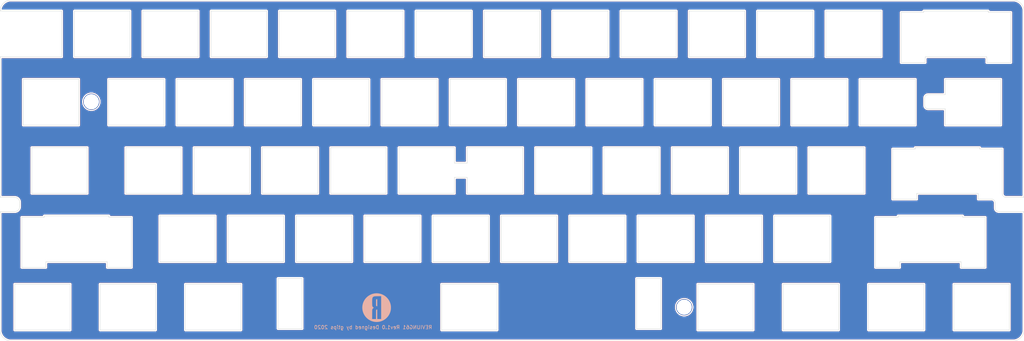
<source format=kicad_pcb>
(kicad_pcb (version 20171130) (host pcbnew "(5.1.6-0-10_14)")
  (title_block (title "REVIUNG61 TOP PLATE ALPS") (date 2020-07-07) (rev 1.0))
  (layers (0 F.Cu signal) (31 B.Cu signal) (34 B.Paste user) (35 F.Paste user) (36 B.SilkS user) (37 F.SilkS user) (38 B.Mask user) (39 F.Mask user) (44 Edge.Cuts user))
  (net 0 "")
  (module _reviung-kbd:R-x4-ver1 (layer B.Cu) (at 125 105.75 180)
    (fp_text reference G*** hide)
    (fp_text value LOGO hide)
    (fp_poly (pts (xy 0.044685 2.318078) (xy 0.119655 2.289475) (xy 0.162313 2.246092) (xy 0.167647 2.214209) (xy 0.172379 2.145718) (xy 0.176485 2.046337) (xy 0.179938 1.921786) (xy 0.182713 1.777787) (xy 0.184784 1.620059) (xy 0.186128 1.454322) (xy 0.186717 1.286297) (xy 0.186527 1.121702) (xy 0.185532 0.966259) (xy 0.183708 0.825688) (xy 0.181028 0.705708) (xy 0.177467 0.61204) (xy 0.172999 0.550404) (xy 0.169918 0.531342) (xy 0.130637 0.451884) (xy 0.06279 0.402355) (xy -0.035168 0.381753) (xy -0.062449 0.381) (xy -0.148167 0.381) (xy -0.148167 2.328334) (xy -0.053913 2.328334) (xy 0.044685 2.318078)) (layer B.SilkS) (width 0.01))
    (fp_poly (pts (xy 0.260831 3.971907) (xy 0.657619 3.927411) (xy 1.049113 3.84315) (xy 1.432102 3.719153) (xy 1.784792 3.564753) (xy 2.140065 3.365757) (xy 2.466316 3.137992) (xy 2.762983 2.884027) (xy 3.029506 2.606432) (xy 3.265324 2.307776) (xy 3.469875 1.990627) (xy 3.642599 1.657554) (xy 3.782936 1.311127) (xy 3.890325 0.953913) (xy 3.964204 0.588483) (xy 4.004013 0.217404) (xy 4.009192 -0.156754) (xy 3.979179 -0.531422) (xy 3.913413 -0.904032) (xy 3.811335 -1.272014) (xy 3.672382 -1.632799) (xy 3.495995 -1.983819) (xy 3.281612 -2.322505) (xy 3.117447 -2.54) (xy 3.01386 -2.659791) (xy 2.887277 -2.793066) (xy 2.748426 -2.929468) (xy 2.608035 -3.058642) (xy 2.476834 -3.170231) (xy 2.413 -3.219968) (xy 2.074835 -3.446517) (xy 1.717158 -3.636755) (xy 1.343354 -3.789746) (xy 0.956806 -3.904554) (xy 0.5609 -3.980244) (xy 0.15902 -4.015881) (xy -0.245449 -4.010528) (xy -0.3999 -3.997471) (xy -0.80111 -3.934916) (xy -1.188135 -3.833797) (xy -1.558906 -3.696113) (xy -1.911356 -3.523861) (xy -2.243417 -3.319042) (xy -2.405034 -3.196166) (xy -1.248834 -3.196166) (xy -0.148167 -3.196166) (xy -0.148167 -0.550333) (xy -0.068792 -0.550645) (xy 0.033079 -0.56623) (xy 0.108528 -0.613568) (xy 0.153425 -0.677627) (xy 0.161291 -0.69595) (xy 0.167965 -0.719307) (xy 0.173544 -0.75109) (xy 0.178125 -0.794695) (xy 0.181804 -0.853514) (xy 0.184678 -0.930942) (xy 0.186846 -1.030372) (xy 0.188403 -1.155197) (xy 0.189446 -1.308811) (xy 0.190074 -1.494608) (xy 0.190381 -1.715982) (xy 0.190467 -1.973791) (xy 0.1905 -3.196166) (xy 1.272135 -3.196166) (xy 1.2653 -1.920875) (xy 1.26385 -1.656552) (xy 1.262465 -1.431061) (xy 1.261012 -1.240896) (xy 1.259357 -1.082557) (xy 1.257368 -0.952539) (xy 1.25491 -0.847341) (xy 1.25185 -0.76346) (xy 1.248056 -0.697393) (xy 1.243393 -0.645637) (xy 1.237728 -0.60469) (xy 1.230929 -0.571048) (xy 1.22286 -0.54121) (xy 1.21339 -0.511673) (xy 1.211423 -0.50581) (xy 1.139046 -0.35336) (xy 1.03426 -0.222376) (xy 0.903448 -0.120649) (xy 0.88912 -0.112351) (xy 0.786274 -0.054538) (xy 0.874679 -0.004649) (xy 1.003984 0.085595) (xy 1.104226 0.196637) (xy 1.180691 0.335442) (xy 1.22357 0.455084) (xy 1.233687 0.510884) (xy 1.242607 0.603106) (xy 1.250276 0.725854) (xy 1.256643 0.873232) (xy 1.261654 1.039344) (xy 1.265256 1.218293) (xy 1.267397 1.404185) (xy 1.268024 1.591123) (xy 1.267083 1.77321) (xy 1.264523 1.944551) (xy 1.260289 2.099251) (xy 1.25433 2.231412) (xy 1.246592 2.335139) (xy 1.240855 2.382738) (xy 1.20502 2.571884) (xy 1.158718 2.724329) (xy 1.099257 2.844984) (xy 1.023947 2.938761) (xy 0.930096 3.010572) (xy 0.882907 3.036147) (xy 0.822408 3.064367) (xy 0.763371 3.087968) (xy 0.701326 3.107416) (xy 0.631804 3.123182) (xy 0.550333 3.135733) (xy 0.452443 3.145537) (xy 0.333665 3.153064) (xy 0.189528 3.158781) (xy 0.015562 3.163158) (xy -0.192704 3.166662) (xy -0.386292 3.169143) (xy -1.248834 3.179293) (xy -1.248834 -3.196166) (xy -2.405034 -3.196166) (xy -2.553023 -3.083652) (xy -2.838105 -2.819689) (xy -3.096596 -2.529153) (xy -3.326429 -2.214042) (xy -3.525536 -1.876353) (xy -3.69185 -1.518085) (xy -3.823303 -1.141236) (xy -3.917828 -0.747805) (xy -3.94736 -0.568746) (xy -3.964041 -0.409312) (xy -3.974042 -0.222012) (xy -3.977364 -0.020784) (xy -3.974008 0.180436) (xy -3.963974 0.367711) (xy -3.947321 0.526692) (xy -3.868838 0.932723) (xy -3.751869 1.323193) (xy -3.59799 1.695957) (xy -3.408777 2.048871) (xy -3.185805 2.379792) (xy -2.930652 2.686577) (xy -2.644891 2.967083) (xy -2.3301 3.219165) (xy -1.987854 3.44068) (xy -1.690249 3.596864) (xy -1.31511 3.751641) (xy -0.929223 3.866504) (xy -0.535799 3.941483) (xy -0.138045 3.976607) (xy 0.260831 3.971907)) (layer B.SilkS) (width 0.01))
  )
  (module _reviung-kbd:HOLE_4.2mm (layer F.Cu) (at 210.76 105.65)
    (fp_text reference Ref**)
    (fp_text value Val**)
    (pad 1 thru_hole circle (at 0 0) (size 4.5 4.5) (drill 4.2) (layers *.Cu *.Mask))
  )
  (module _reviung-kbd:HOLE_4.2mm (layer F.Cu) (at 45.41 48.35)
    (fp_text reference H1)
    (fp_text value MountingHole)
    (pad 1 thru_hole circle (at 0 0) (size 4.5 4.5) (drill 4.2) (layers *.Cu *.Mask))
  )
  (gr_text "REVIUNG61 Rev1.0 Designed by gtips 2020" (at 124 111.25) (layer B.SilkS) (effects (font (size 1 1)) (justify mirror)))
  (gr_curve (pts (xy 19.994833 75) (xy 19.994833 75) (xy 24.04 75) (xy 24.04 75)) (layer Edge.Cuts) (width 0.1))
  (gr_curve (pts (xy 19.994833 35.822008) (xy 19.994833 35.822008) (xy 19.994833 75) (xy 19.994833 75)) (layer Edge.Cuts) (width 0.1))
  (gr_line (start 301.882816 37.421997) (end 295.132819 37.421997) (layer Edge.Cuts) (width 0.1))
  (gr_line (start 301.882816 23.42199) (end 301.882816 37.421997) (layer Edge.Cuts) (width 0.1))
  (gr_line (start 295.56983 23.42199) (end 301.882816 23.42199) (layer Edge.Cuts) (width 0.1))
  (gr_line (start 295.56983 23.021993) (end 295.56983 23.42199) (layer Edge.Cuts) (width 0.1))
  (gr_line (start 277.56983 23.021993) (end 295.56983 23.021993) (layer Edge.Cuts) (width 0.1))
  (gr_line (start 277.56983 23.42199) (end 277.56983 23.021993) (layer Edge.Cuts) (width 0.1))
  (gr_line (start 271.256822 23.42199) (end 277.56983 23.42199) (layer Edge.Cuts) (width 0.1))
  (gr_line (start 271.256822 37.421997) (end 271.256822 23.42199) (layer Edge.Cuts) (width 0.1))
  (gr_line (start 278.006819 37.421997) (end 271.256822 37.421997) (layer Edge.Cuts) (width 0.1))
  (gr_line (start 278.006819 35.822008) (end 278.006819 37.421997) (layer Edge.Cuts) (width 0.1))
  (gr_line (start 295.132819 35.822008) (end 278.006819 35.822008) (layer Edge.Cuts) (width 0.1))
  (gr_line (start 295.132819 37.421997) (end 295.132819 35.822008) (layer Edge.Cuts) (width 0.1))
  (gr_curve (pts (xy 299.08232 42.071993) (xy 299.08232 42.071993) (xy 299.08232 54.872008) (xy 299.08232 54.872008)) (layer Edge.Cuts) (width 0.1))
  (gr_curve (pts (xy 283.582319 42.071993) (xy 283.582319 42.071993) (xy 299.08232 42.071993) (xy 299.08232 42.071993)) (layer Edge.Cuts) (width 0.1))
  (gr_curve (pts (xy 283.582319 46.345009) (xy 283.582319 46.345009) (xy 283.582319 42.071993) (xy 283.582319 42.071993)) (layer Edge.Cuts) (width 0.1))
  (gr_curve (pts (xy 278.804488 46.345009) (xy 278.804488 46.345009) (xy 283.582319 46.345009) (xy 283.582319 46.345009)) (layer Edge.Cuts) (width 0.1))
  (gr_curve (pts (xy 277.804484 47.345013) (xy 277.804484 46.792721) (xy 278.252196 46.345009) (xy 278.804488 46.345009)) (layer Edge.Cuts) (width 0.1))
  (gr_curve (pts (xy 277.804484 49.344998) (xy 277.804484 49.344998) (xy 277.804484 47.345013) (xy 277.804484 47.345013)) (layer Edge.Cuts) (width 0.1))
  (gr_curve (pts (xy 278.804488 50.345002) (xy 278.252196 50.345002) (xy 277.804484 49.89729) (xy 277.804484 49.344998)) (layer Edge.Cuts) (width 0.1))
  (gr_curve (pts (xy 283.582319 50.345002) (xy 283.582319 50.345002) (xy 278.804488 50.345002) (xy 278.804488 50.345002)) (layer Edge.Cuts) (width 0.1))
  (gr_curve (pts (xy 283.582319 54.872008) (xy 283.582319 54.872008) (xy 283.582319 50.345002) (xy 283.582319 50.345002)) (layer Edge.Cuts) (width 0.1))
  (gr_curve (pts (xy 299.08232 54.872008) (xy 299.08232 54.872008) (xy 283.582319 54.872008) (xy 283.582319 54.872008)) (layer Edge.Cuts) (width 0.1))
  (gr_line (start 275.258903 42.071993) (end 275.258903 54.872008) (layer Edge.Cuts) (width 0.1))
  (gr_line (start 259.758902 42.071993) (end 275.258903 42.071993) (layer Edge.Cuts) (width 0.1))
  (gr_line (start 259.758902 54.872008) (end 259.758902 42.071993) (layer Edge.Cuts) (width 0.1))
  (gr_line (start 275.258903 54.872008) (end 259.758902 54.872008) (layer Edge.Cuts) (width 0.1))
  (gr_line (start 264.113072 80.57199) (end 270.42608 80.57199) (layer Edge.Cuts) (width 0.1))
  (gr_line (start 264.113072 94.571997) (end 264.113072 80.57199) (layer Edge.Cuts) (width 0.1))
  (gr_line (start 270.863069 94.571997) (end 264.113072 94.571997) (layer Edge.Cuts) (width 0.1))
  (gr_line (start 270.863069 92.972008) (end 270.863069 94.571997) (layer Edge.Cuts) (width 0.1))
  (gr_line (start 287.989069 92.972008) (end 270.863069 92.972008) (layer Edge.Cuts) (width 0.1))
  (gr_line (start 287.989069 94.571997) (end 287.989069 92.972008) (layer Edge.Cuts) (width 0.1))
  (gr_line (start 294.739066 94.571997) (end 287.989069 94.571997) (layer Edge.Cuts) (width 0.1))
  (gr_line (start 294.739066 80.57199) (end 294.739066 94.571997) (layer Edge.Cuts) (width 0.1))
  (gr_line (start 288.42608 80.57199) (end 294.739066 80.57199) (layer Edge.Cuts) (width 0.1))
  (gr_line (start 288.42608 80.171993) (end 288.42608 80.57199) (layer Edge.Cuts) (width 0.1))
  (gr_line (start 270.42608 80.171993) (end 288.42608 80.171993) (layer Edge.Cuts) (width 0.1))
  (gr_line (start 270.42608 80.57199) (end 270.42608 80.171993) (layer Edge.Cuts) (width 0.1))
  (gr_line (start 285.963569 99.221993) (end 301.46357 99.221993) (layer Edge.Cuts) (width 0.1))
  (gr_line (start 285.963569 112.022008) (end 285.963569 99.221993) (layer Edge.Cuts) (width 0.1))
  (gr_line (start 301.46357 112.022008) (end 285.963569 112.022008) (layer Edge.Cuts) (width 0.1))
  (gr_line (start 301.46357 99.221993) (end 301.46357 112.022008) (layer Edge.Cuts) (width 0.1))
  (gr_line (start 277.65107 99.221993) (end 277.65107 112.022008) (layer Edge.Cuts) (width 0.1))
  (gr_line (start 262.151069 99.221993) (end 277.65107 99.221993) (layer Edge.Cuts) (width 0.1))
  (gr_line (start 262.151069 112.022008) (end 262.151069 99.221993) (layer Edge.Cuts) (width 0.1))
  (gr_line (start 277.65107 112.022008) (end 262.151069 112.022008) (layer Edge.Cuts) (width 0.1))
  (gr_line (start 260.994055 61.121993) (end 260.994055 73.922008) (layer Edge.Cuts) (width 0.1))
  (gr_line (start 245.494053 61.121993) (end 260.994055 61.121993) (layer Edge.Cuts) (width 0.1))
  (gr_line (start 245.494053 73.922008) (end 245.494053 61.121993) (layer Edge.Cuts) (width 0.1))
  (gr_line (start 260.994055 73.922008) (end 245.494053 73.922008) (layer Edge.Cuts) (width 0.1))
  (gr_line (start 253.83857 99.221993) (end 253.83857 112.022008) (layer Edge.Cuts) (width 0.1))
  (gr_line (start 238.338569 99.221993) (end 253.83857 99.221993) (layer Edge.Cuts) (width 0.1))
  (gr_line (start 238.338569 112.022008) (end 238.338569 99.221993) (layer Edge.Cuts) (width 0.1))
  (gr_line (start 253.83857 112.022008) (end 238.338569 112.022008) (layer Edge.Cuts) (width 0.1))
  (gr_line (start 235.943969 92.972008) (end 235.943969 80.171993) (layer Edge.Cuts) (width 0.1))
  (gr_line (start 251.44397 92.972008) (end 235.943969 92.972008) (layer Edge.Cuts) (width 0.1))
  (gr_line (start 251.44397 80.171993) (end 251.44397 92.972008) (layer Edge.Cuts) (width 0.1))
  (gr_line (start 235.943969 80.171993) (end 251.44397 80.171993) (layer Edge.Cuts) (width 0.1))
  (gr_line (start 232.39397 80.171993) (end 232.39397 92.972008) (layer Edge.Cuts) (width 0.1))
  (gr_line (start 216.893969 80.171993) (end 232.39397 80.171993) (layer Edge.Cuts) (width 0.1))
  (gr_line (start 216.893969 92.972008) (end 216.893969 80.171993) (layer Edge.Cuts) (width 0.1))
  (gr_line (start 232.39397 92.972008) (end 216.893969 92.972008) (layer Edge.Cuts) (width 0.1))
  (gr_line (start 230.02607 99.221993) (end 230.02607 112.022008) (layer Edge.Cuts) (width 0.1))
  (gr_line (start 214.526069 99.221993) (end 230.02607 99.221993) (layer Edge.Cuts) (width 0.1))
  (gr_line (start 214.526069 112.022008) (end 214.526069 99.221993) (layer Edge.Cuts) (width 0.1))
  (gr_line (start 230.02607 112.022008) (end 214.526069 112.022008) (layer Edge.Cuts) (width 0.1))
  (gr_line (start 213.34397 80.171993) (end 213.34397 92.972008) (layer Edge.Cuts) (width 0.1))
  (gr_line (start 197.843969 80.171993) (end 213.34397 80.171993) (layer Edge.Cuts) (width 0.1))
  (gr_line (start 197.843969 92.972008) (end 197.843969 80.171993) (layer Edge.Cuts) (width 0.1))
  (gr_line (start 213.34397 92.972008) (end 197.843969 92.972008) (layer Edge.Cuts) (width 0.1))
  (gr_line (start 204.213778 111.627588) (end 197.463781 111.627588) (layer Edge.Cuts) (width 0.1))
  (gr_line (start 204.213563 97.627581) (end 204.213778 111.627588) (layer Edge.Cuts) (width 0.1))
  (gr_line (start 197.463566 97.627581) (end 204.213563 97.627581) (layer Edge.Cuts) (width 0.1))
  (gr_line (start 197.463781 111.627588) (end 197.463566 97.627581) (layer Edge.Cuts) (width 0.1))
  (gr_line (start 203.844055 73.922008) (end 188.344053 73.922008) (layer Edge.Cuts) (width 0.1))
  (gr_line (start 203.844055 61.121993) (end 203.844055 73.922008) (layer Edge.Cuts) (width 0.1))
  (gr_line (start 188.344053 61.121993) (end 203.844055 61.121993) (layer Edge.Cuts) (width 0.1))
  (gr_line (start 188.344053 73.922008) (end 188.344053 61.121993) (layer Edge.Cuts) (width 0.1))
  (gr_line (start 194.29397 80.171993) (end 194.29397 92.972008) (layer Edge.Cuts) (width 0.1))
  (gr_line (start 178.793969 80.171993) (end 194.29397 80.171993) (layer Edge.Cuts) (width 0.1))
  (gr_line (start 178.793969 92.972008) (end 178.793969 80.171993) (layer Edge.Cuts) (width 0.1))
  (gr_line (start 194.29397 92.972008) (end 178.793969 92.972008) (layer Edge.Cuts) (width 0.1))
  (gr_line (start 175.24397 80.171993) (end 175.24397 92.972008) (layer Edge.Cuts) (width 0.1))
  (gr_line (start 159.743969 80.171993) (end 175.24397 80.171993) (layer Edge.Cuts) (width 0.1))
  (gr_line (start 159.743969 92.972008) (end 159.743969 80.171993) (layer Edge.Cuts) (width 0.1))
  (gr_line (start 175.24397 92.972008) (end 159.743969 92.972008) (layer Edge.Cuts) (width 0.1))
  (gr_line (start 158.58857 99.221993) (end 158.58857 112.022008) (layer Edge.Cuts) (width 0.1))
  (gr_line (start 143.088569 99.221993) (end 158.58857 99.221993) (layer Edge.Cuts) (width 0.1))
  (gr_line (start 143.088569 112.022008) (end 143.088569 99.221993) (layer Edge.Cuts) (width 0.1))
  (gr_line (start 158.58857 112.022008) (end 143.088569 112.022008) (layer Edge.Cuts) (width 0.1))
  (gr_line (start 140.693969 92.972008) (end 140.693969 80.171993) (layer Edge.Cuts) (width 0.1))
  (gr_line (start 156.19397 92.972008) (end 140.693969 92.972008) (layer Edge.Cuts) (width 0.1))
  (gr_line (start 156.19397 80.171993) (end 156.19397 92.972008) (layer Edge.Cuts) (width 0.1))
  (gr_line (start 140.693969 80.171993) (end 156.19397 80.171993) (layer Edge.Cuts) (width 0.1))
  (gr_line (start 137.14397 80.171993) (end 137.14397 92.972008) (layer Edge.Cuts) (width 0.1))
  (gr_line (start 121.643969 80.171993) (end 137.14397 80.171993) (layer Edge.Cuts) (width 0.1))
  (gr_line (start 121.643969 92.972008) (end 121.643969 80.171993) (layer Edge.Cuts) (width 0.1))
  (gr_line (start 137.14397 92.972008) (end 121.643969 92.972008) (layer Edge.Cuts) (width 0.1))
  (gr_line (start 118.09397 80.171993) (end 118.09397 92.972008) (layer Edge.Cuts) (width 0.1))
  (gr_line (start 102.593969 80.171993) (end 118.09397 80.171993) (layer Edge.Cuts) (width 0.1))
  (gr_line (start 102.593969 92.972008) (end 102.593969 80.171993) (layer Edge.Cuts) (width 0.1))
  (gr_line (start 118.09397 92.972008) (end 102.593969 92.972008) (layer Edge.Cuts) (width 0.1))
  (gr_line (start 104.213573 111.627588) (end 97.463576 111.627588) (layer Edge.Cuts) (width 0.1))
  (gr_line (start 104.213573 97.627581) (end 104.213573 111.627588) (layer Edge.Cuts) (width 0.1))
  (gr_line (start 97.463576 97.627581) (end 104.213573 97.627581) (layer Edge.Cuts) (width 0.1))
  (gr_line (start 97.463576 111.627588) (end 97.463576 97.627581) (layer Edge.Cuts) (width 0.1))
  (gr_line (start 99.04397 92.972008) (end 83.543969 92.972008) (layer Edge.Cuts) (width 0.1))
  (gr_line (start 99.04397 80.171993) (end 99.04397 92.972008) (layer Edge.Cuts) (width 0.1))
  (gr_line (start 83.543969 80.171993) (end 99.04397 80.171993) (layer Edge.Cuts) (width 0.1))
  (gr_line (start 83.543969 92.972008) (end 83.543969 80.171993) (layer Edge.Cuts) (width 0.1))
  (gr_line (start 87.15107 99.221993) (end 87.15107 112.022008) (layer Edge.Cuts) (width 0.1))
  (gr_line (start 71.651069 99.221993) (end 87.15107 99.221993) (layer Edge.Cuts) (width 0.1))
  (gr_line (start 71.651069 112.022008) (end 71.651069 99.221993) (layer Edge.Cuts) (width 0.1))
  (gr_line (start 87.15107 112.022008) (end 71.651069 112.022008) (layer Edge.Cuts) (width 0.1))
  (gr_line (start 64.493969 92.972008) (end 64.493969 80.171993) (layer Edge.Cuts) (width 0.1))
  (gr_line (start 79.99397 92.972008) (end 64.493969 92.972008) (layer Edge.Cuts) (width 0.1))
  (gr_line (start 79.99397 80.171993) (end 79.99397 92.972008) (layer Edge.Cuts) (width 0.1))
  (gr_line (start 64.493969 80.171993) (end 79.99397 80.171993) (layer Edge.Cuts) (width 0.1))
  (gr_line (start 63.33857 99.221993) (end 63.33857 112.022008) (layer Edge.Cuts) (width 0.1))
  (gr_line (start 47.838569 99.221993) (end 63.33857 99.221993) (layer Edge.Cuts) (width 0.1))
  (gr_curve (pts (xy 299.501566 73.98234) (xy 299.501566 74.534632) (xy 299.949278 74.982344) (xy 300.50157 74.982344)) (layer Edge.Cuts) (width 0.1))
  (gr_curve (pts (xy 299.501566 61.52199) (xy 299.501566 61.52199) (xy 299.501566 73.98234) (xy 299.501566 73.98234)) (layer Edge.Cuts) (width 0.1))
  (gr_curve (pts (xy 293.18858 61.52199) (xy 293.18858 61.52199) (xy 299.501566 61.52199) (xy 299.501566 61.52199)) (layer Edge.Cuts) (width 0.1))
  (gr_curve (pts (xy 293.18858 61.121993) (xy 293.18858 61.121993) (xy 293.18858 61.52199) (xy 293.18858 61.52199)) (layer Edge.Cuts) (width 0.1))
  (gr_curve (pts (xy 275.18858 61.121993) (xy 275.18858 61.121993) (xy 293.18858 61.121993) (xy 293.18858 61.121993)) (layer Edge.Cuts) (width 0.1))
  (gr_curve (pts (xy 275.18858 61.52199) (xy 275.18858 61.52199) (xy 275.18858 61.121993) (xy 275.18858 61.121993)) (layer Edge.Cuts) (width 0.1))
  (gr_curve (pts (xy 268.875572 61.52199) (xy 268.875572 61.52199) (xy 275.18858 61.52199) (xy 275.18858 61.52199)) (layer Edge.Cuts) (width 0.1))
  (gr_curve (pts (xy 268.875572 75.521997) (xy 268.875572 75.521997) (xy 268.875572 61.52199) (xy 268.875572 61.52199)) (layer Edge.Cuts) (width 0.1))
  (gr_curve (pts (xy 275.625569 75.521997) (xy 275.625569 75.521997) (xy 268.875572 75.521997) (xy 268.875572 75.521997)) (layer Edge.Cuts) (width 0.1))
  (gr_curve (pts (xy 275.625569 73.922008) (xy 275.625569 73.922008) (xy 275.625569 75.521997) (xy 275.625569 75.521997)) (layer Edge.Cuts) (width 0.1))
  (gr_curve (pts (xy 292.751569 73.922008) (xy 292.751569 73.922008) (xy 275.625569 73.922008) (xy 275.625569 73.922008)) (layer Edge.Cuts) (width 0.1))
  (gr_curve (pts (xy 292.751569 75.521997) (xy 292.751569 75.521997) (xy 292.751569 73.922008) (xy 292.751569 73.922008)) (layer Edge.Cuts) (width 0.1))
  (gr_line (start 25.988072 80.57199) (end 32.30108 80.57199) (layer Edge.Cuts) (width 0.1))
  (gr_line (start 26.407319 54.872008) (end 26.407319 42.071993) (layer Edge.Cuts) (width 0.1))
  (gr_line (start 41.90732 54.872008) (end 26.407319 54.872008) (layer Edge.Cuts) (width 0.1))
  (gr_line (start 41.90732 42.071993) (end 41.90732 54.872008) (layer Edge.Cuts) (width 0.1))
  (gr_line (start 26.407319 42.071993) (end 41.90732 42.071993) (layer Edge.Cuts) (width 0.1))
  (gr_line (start 28.788569 61.121993) (end 44.28857 61.121993) (layer Edge.Cuts) (width 0.1))
  (gr_line (start 28.788569 73.922008) (end 28.788569 61.121993) (layer Edge.Cuts) (width 0.1))
  (gr_line (start 44.28857 73.922008) (end 28.788569 73.922008) (layer Edge.Cuts) (width 0.1))
  (gr_line (start 44.28857 61.121993) (end 44.28857 73.922008) (layer Edge.Cuts) (width 0.1))
  (gr_line (start 40.694819 35.822008) (end 40.694819 23.021993) (layer Edge.Cuts) (width 0.1))
  (gr_line (start 56.19482 35.822008) (end 40.694819 35.822008) (layer Edge.Cuts) (width 0.1))
  (gr_line (start 56.19482 23.021993) (end 56.19482 35.822008) (layer Edge.Cuts) (width 0.1))
  (gr_line (start 40.694819 23.021993) (end 56.19482 23.021993) (layer Edge.Cuts) (width 0.1))
  (gr_line (start 59.744819 35.822008) (end 59.744819 23.021993) (layer Edge.Cuts) (width 0.1))
  (gr_line (start 75.24482 35.822008) (end 59.744819 35.822008) (layer Edge.Cuts) (width 0.1))
  (gr_line (start 75.24482 23.021993) (end 75.24482 35.822008) (layer Edge.Cuts) (width 0.1))
  (gr_line (start 59.744819 23.021993) (end 75.24482 23.021993) (layer Edge.Cuts) (width 0.1))
  (gr_line (start 78.794819 35.822008) (end 78.794819 23.021993) (layer Edge.Cuts) (width 0.1))
  (gr_line (start 94.29482 35.822008) (end 78.794819 35.822008) (layer Edge.Cuts) (width 0.1))
  (gr_line (start 94.29482 23.021993) (end 94.29482 35.822008) (layer Edge.Cuts) (width 0.1))
  (gr_line (start 78.794819 23.021993) (end 94.29482 23.021993) (layer Edge.Cuts) (width 0.1))
  (gr_line (start 97.844819 35.822008) (end 97.844819 23.021993) (layer Edge.Cuts) (width 0.1))
  (gr_line (start 113.34482 35.822008) (end 97.844819 35.822008) (layer Edge.Cuts) (width 0.1))
  (gr_line (start 113.34482 23.021993) (end 113.34482 35.822008) (layer Edge.Cuts) (width 0.1))
  (gr_line (start 97.844819 23.021993) (end 113.34482 23.021993) (layer Edge.Cuts) (width 0.1))
  (gr_line (start 116.894819 35.822008) (end 116.894819 23.021993) (layer Edge.Cuts) (width 0.1))
  (gr_line (start 132.39482 35.822008) (end 116.894819 35.822008) (layer Edge.Cuts) (width 0.1))
  (gr_line (start 132.39482 23.021993) (end 132.39482 35.822008) (layer Edge.Cuts) (width 0.1))
  (gr_line (start 116.894819 23.021993) (end 132.39482 23.021993) (layer Edge.Cuts) (width 0.1))
  (gr_line (start 135.944819 35.822008) (end 135.944819 23.021993) (layer Edge.Cuts) (width 0.1))
  (gr_line (start 151.44482 35.822008) (end 135.944819 35.822008) (layer Edge.Cuts) (width 0.1))
  (gr_line (start 151.44482 23.021993) (end 151.44482 35.822008) (layer Edge.Cuts) (width 0.1))
  (gr_line (start 135.944819 23.021993) (end 151.44482 23.021993) (layer Edge.Cuts) (width 0.1))
  (gr_line (start 154.994819 35.822008) (end 154.994819 23.021993) (layer Edge.Cuts) (width 0.1))
  (gr_line (start 170.49482 35.822008) (end 154.994819 35.822008) (layer Edge.Cuts) (width 0.1))
  (gr_line (start 170.49482 23.021993) (end 170.49482 35.822008) (layer Edge.Cuts) (width 0.1))
  (gr_line (start 154.994819 23.021993) (end 170.49482 23.021993) (layer Edge.Cuts) (width 0.1))
  (gr_line (start 174.044819 35.822008) (end 174.044819 23.021993) (layer Edge.Cuts) (width 0.1))
  (gr_line (start 189.54482 35.822008) (end 174.044819 35.822008) (layer Edge.Cuts) (width 0.1))
  (gr_line (start 189.54482 23.021993) (end 189.54482 35.822008) (layer Edge.Cuts) (width 0.1))
  (gr_line (start 174.044819 23.021993) (end 189.54482 23.021993) (layer Edge.Cuts) (width 0.1))
  (gr_line (start 199.058903 54.872008) (end 183.558902 54.872008) (layer Edge.Cuts) (width 0.1))
  (gr_line (start 199.058903 42.071993) (end 199.058903 54.872008) (layer Edge.Cuts) (width 0.1))
  (gr_line (start 183.558902 42.071993) (end 199.058903 42.071993) (layer Edge.Cuts) (width 0.1))
  (gr_line (start 183.558902 54.872008) (end 183.558902 42.071993) (layer Edge.Cuts) (width 0.1))
  (gr_line (start 169.294053 73.922008) (end 169.294053 61.121993) (layer Edge.Cuts) (width 0.1))
  (gr_line (start 184.794055 73.922008) (end 169.294053 73.922008) (layer Edge.Cuts) (width 0.1))
  (gr_line (start 184.794055 61.121993) (end 184.794055 73.922008) (layer Edge.Cuts) (width 0.1))
  (gr_line (start 169.294053 61.121993) (end 184.794055 61.121993) (layer Edge.Cuts) (width 0.1))
  (gr_line (start 180.008903 54.872008) (end 164.508902 54.872008) (layer Edge.Cuts) (width 0.1))
  (gr_line (start 180.008903 42.071993) (end 180.008903 54.872008) (layer Edge.Cuts) (width 0.1))
  (gr_line (start 164.508902 42.071993) (end 180.008903 42.071993) (layer Edge.Cuts) (width 0.1))
  (gr_line (start 164.508902 54.872008) (end 164.508902 42.071993) (layer Edge.Cuts) (width 0.1))
  (gr_line (start 160.958903 54.872008) (end 145.458902 54.872008) (layer Edge.Cuts) (width 0.1))
  (gr_line (start 160.958903 42.071993) (end 160.958903 54.872008) (layer Edge.Cuts) (width 0.1))
  (gr_line (start 145.458902 42.071993) (end 160.958903 42.071993) (layer Edge.Cuts) (width 0.1))
  (gr_line (start 145.458902 54.872008) (end 145.458902 42.071993) (layer Edge.Cuts) (width 0.1))
  (gr_line (start 141.908903 54.872008) (end 126.408902 54.872008) (layer Edge.Cuts) (width 0.1))
  (gr_line (start 141.908903 42.071993) (end 141.908903 54.872008) (layer Edge.Cuts) (width 0.1))
  (gr_line (start 126.408902 42.071993) (end 141.908903 42.071993) (layer Edge.Cuts) (width 0.1))
  (gr_line (start 126.408902 54.872008) (end 126.408902 42.071993) (layer Edge.Cuts) (width 0.1))
  (gr_line (start 112.144053 73.922008) (end 112.144053 61.121993) (layer Edge.Cuts) (width 0.1))
  (gr_line (start 127.644055 73.922008) (end 112.144053 73.922008) (layer Edge.Cuts) (width 0.1))
  (gr_line (start 127.644055 61.121993) (end 127.644055 73.922008) (layer Edge.Cuts) (width 0.1))
  (gr_line (start 112.144053 61.121993) (end 127.644055 61.121993) (layer Edge.Cuts) (width 0.1))
  (gr_line (start 122.858903 54.872008) (end 107.358902 54.872008) (layer Edge.Cuts) (width 0.1))
  (gr_line (start 122.858903 42.071993) (end 122.858903 54.872008) (layer Edge.Cuts) (width 0.1))
  (gr_line (start 107.358902 42.071993) (end 122.858903 42.071993) (layer Edge.Cuts) (width 0.1))
  (gr_line (start 107.358902 54.872008) (end 107.358902 42.071993) (layer Edge.Cuts) (width 0.1))
  (gr_line (start 93.094053 73.922008) (end 93.094053 61.121993) (layer Edge.Cuts) (width 0.1))
  (gr_line (start 108.594055 73.922008) (end 93.094053 73.922008) (layer Edge.Cuts) (width 0.1))
  (gr_line (start 108.594055 61.121993) (end 108.594055 73.922008) (layer Edge.Cuts) (width 0.1))
  (gr_line (start 93.094053 61.121993) (end 108.594055 61.121993) (layer Edge.Cuts) (width 0.1))
  (gr_line (start 103.808903 54.872008) (end 88.308902 54.872008) (layer Edge.Cuts) (width 0.1))
  (gr_line (start 103.808903 42.071993) (end 103.808903 54.872008) (layer Edge.Cuts) (width 0.1))
  (gr_line (start 88.308902 42.071993) (end 103.808903 42.071993) (layer Edge.Cuts) (width 0.1))
  (gr_line (start 88.308902 54.872008) (end 88.308902 42.071993) (layer Edge.Cuts) (width 0.1))
  (gr_line (start 74.044053 73.922008) (end 74.044053 61.121993) (layer Edge.Cuts) (width 0.1))
  (gr_line (start 89.544055 73.922008) (end 74.044053 73.922008) (layer Edge.Cuts) (width 0.1))
  (gr_line (start 89.544055 61.121993) (end 89.544055 73.922008) (layer Edge.Cuts) (width 0.1))
  (gr_line (start 74.044053 61.121993) (end 89.544055 61.121993) (layer Edge.Cuts) (width 0.1))
  (gr_line (start 84.758903 54.872008) (end 69.258902 54.872008) (layer Edge.Cuts) (width 0.1))
  (gr_line (start 84.758903 42.071993) (end 84.758903 54.872008) (layer Edge.Cuts) (width 0.1))
  (gr_line (start 69.258902 42.071993) (end 84.758903 42.071993) (layer Edge.Cuts) (width 0.1))
  (gr_line (start 69.258902 54.872008) (end 69.258902 42.071993) (layer Edge.Cuts) (width 0.1))
  (gr_line (start 65.708903 54.872008) (end 50.208902 54.872008) (layer Edge.Cuts) (width 0.1))
  (gr_line (start 65.708903 42.071993) (end 65.708903 54.872008) (layer Edge.Cuts) (width 0.1))
  (gr_line (start 50.208902 42.071993) (end 65.708903 42.071993) (layer Edge.Cuts) (width 0.1))
  (gr_line (start 50.208902 54.872008) (end 50.208902 42.071993) (layer Edge.Cuts) (width 0.1))
  (gr_line (start 54.994053 73.922008) (end 54.994053 61.121993) (layer Edge.Cuts) (width 0.1))
  (gr_line (start 70.494055 73.922008) (end 54.994053 73.922008) (layer Edge.Cuts) (width 0.1))
  (gr_line (start 70.494055 61.121993) (end 70.494055 73.922008) (layer Edge.Cuts) (width 0.1))
  (gr_line (start 54.994053 61.121993) (end 70.494055 61.121993) (layer Edge.Cuts) (width 0.1))
  (gr_line (start 150.244053 69.455334) (end 146.694055 69.455334) (layer Edge.Cuts) (width 0.1))
  (gr_line (start 150.244053 73.922008) (end 150.244053 69.455334) (layer Edge.Cuts) (width 0.1))
  (gr_line (start 165.744055 73.922008) (end 150.244053 73.922008) (layer Edge.Cuts) (width 0.1))
  (gr_line (start 165.744055 61.121993) (end 165.744055 73.922008) (layer Edge.Cuts) (width 0.1))
  (gr_line (start 150.244053 61.121993) (end 165.744055 61.121993) (layer Edge.Cuts) (width 0.1))
  (gr_line (start 150.244053 65.455342) (end 150.244053 61.121993) (layer Edge.Cuts) (width 0.1))
  (gr_line (start 146.694055 65.455342) (end 150.244053 65.455342) (layer Edge.Cuts) (width 0.1))
  (gr_line (start 146.694055 61.121993) (end 146.694055 65.455342) (layer Edge.Cuts) (width 0.1))
  (gr_line (start 131.194053 61.121993) (end 146.694055 61.121993) (layer Edge.Cuts) (width 0.1))
  (gr_line (start 131.194053 73.922008) (end 131.194053 61.121993) (layer Edge.Cuts) (width 0.1))
  (gr_line (start 146.694055 73.922008) (end 131.194053 73.922008) (layer Edge.Cuts) (width 0.1))
  (gr_line (start 146.694055 69.455334) (end 146.694055 73.922008) (layer Edge.Cuts) (width 0.1))
  (gr_line (start 193.094819 35.822008) (end 193.094819 23.021993) (layer Edge.Cuts) (width 0.1))
  (gr_line (start 208.59482 35.822008) (end 193.094819 35.822008) (layer Edge.Cuts) (width 0.1))
  (gr_line (start 208.59482 23.021993) (end 208.59482 35.822008) (layer Edge.Cuts) (width 0.1))
  (gr_line (start 193.094819 23.021993) (end 208.59482 23.021993) (layer Edge.Cuts) (width 0.1))
  (gr_line (start 212.144819 35.822008) (end 212.144819 23.021993) (layer Edge.Cuts) (width 0.1))
  (gr_line (start 227.64482 35.822008) (end 212.144819 35.822008) (layer Edge.Cuts) (width 0.1))
  (gr_line (start 227.64482 23.021993) (end 227.64482 35.822008) (layer Edge.Cuts) (width 0.1))
  (gr_line (start 212.144819 23.021993) (end 227.64482 23.021993) (layer Edge.Cuts) (width 0.1))
  (gr_line (start 231.194819 35.822008) (end 231.194819 23.021993) (layer Edge.Cuts) (width 0.1))
  (gr_line (start 246.69482 35.822008) (end 231.194819 35.822008) (layer Edge.Cuts) (width 0.1))
  (gr_line (start 246.69482 23.021993) (end 246.69482 35.822008) (layer Edge.Cuts) (width 0.1))
  (gr_line (start 231.194819 23.021993) (end 246.69482 23.021993) (layer Edge.Cuts) (width 0.1))
  (gr_line (start 256.208903 54.872008) (end 240.708902 54.872008) (layer Edge.Cuts) (width 0.1))
  (gr_line (start 256.208903 42.071993) (end 256.208903 54.872008) (layer Edge.Cuts) (width 0.1))
  (gr_line (start 240.708902 42.071993) (end 256.208903 42.071993) (layer Edge.Cuts) (width 0.1))
  (gr_line (start 240.708902 54.872008) (end 240.708902 42.071993) (layer Edge.Cuts) (width 0.1))
  (gr_line (start 226.444053 73.922008) (end 226.444053 61.121993) (layer Edge.Cuts) (width 0.1))
  (gr_line (start 241.944055 73.922008) (end 226.444053 73.922008) (layer Edge.Cuts) (width 0.1))
  (gr_line (start 241.944055 61.121993) (end 241.944055 73.922008) (layer Edge.Cuts) (width 0.1))
  (gr_line (start 226.444053 61.121993) (end 241.944055 61.121993) (layer Edge.Cuts) (width 0.1))
  (gr_line (start 237.158903 54.872008) (end 221.658902 54.872008) (layer Edge.Cuts) (width 0.1))
  (gr_line (start 237.158903 42.071993) (end 237.158903 54.872008) (layer Edge.Cuts) (width 0.1))
  (gr_line (start 221.658902 42.071993) (end 237.158903 42.071993) (layer Edge.Cuts) (width 0.1))
  (gr_line (start 221.658902 54.872008) (end 221.658902 42.071993) (layer Edge.Cuts) (width 0.1))
  (gr_line (start 218.108903 54.872008) (end 202.608902 54.872008) (layer Edge.Cuts) (width 0.1))
  (gr_line (start 218.108903 42.071993) (end 218.108903 54.872008) (layer Edge.Cuts) (width 0.1))
  (gr_line (start 202.608902 42.071993) (end 218.108903 42.071993) (layer Edge.Cuts) (width 0.1))
  (gr_line (start 202.608902 54.872008) (end 202.608902 42.071993) (layer Edge.Cuts) (width 0.1))
  (gr_line (start 207.394053 73.922008) (end 207.394053 61.121993) (layer Edge.Cuts) (width 0.1))
  (gr_line (start 222.894055 73.922008) (end 207.394053 73.922008) (layer Edge.Cuts) (width 0.1))
  (gr_line (start 222.894055 61.121993) (end 222.894055 73.922008) (layer Edge.Cuts) (width 0.1))
  (gr_line (start 207.394053 61.121993) (end 222.894055 61.121993) (layer Edge.Cuts) (width 0.1))
  (gr_line (start 250.244819 35.822008) (end 250.244819 23.021993) (layer Edge.Cuts) (width 0.1))
  (gr_line (start 265.74482 35.822008) (end 250.244819 35.822008) (layer Edge.Cuts) (width 0.1))
  (gr_line (start 265.74482 23.021993) (end 265.74482 35.822008) (layer Edge.Cuts) (width 0.1))
  (gr_line (start 250.244819 23.021993) (end 265.74482 23.021993) (layer Edge.Cuts) (width 0.1))
  (gr_line (start 32.738069 94.571997) (end 25.988072 94.571997) (layer Edge.Cuts) (width 0.1))
  (gr_line (start 32.738069 92.972008) (end 32.738069 94.571997) (layer Edge.Cuts) (width 0.1))
  (gr_line (start 49.864069 92.972008) (end 32.738069 92.972008) (layer Edge.Cuts) (width 0.1))
  (gr_line (start 49.864069 94.571997) (end 49.864069 92.972008) (layer Edge.Cuts) (width 0.1))
  (gr_line (start 56.614067 94.571997) (end 49.864069 94.571997) (layer Edge.Cuts) (width 0.1))
  (gr_line (start 56.614067 80.57199) (end 56.614067 94.571997) (layer Edge.Cuts) (width 0.1))
  (gr_line (start 50.30108 80.57199) (end 56.614067 80.57199) (layer Edge.Cuts) (width 0.1))
  (gr_line (start 50.30108 80.171993) (end 50.30108 80.57199) (layer Edge.Cuts) (width 0.1))
  (gr_line (start 32.30108 80.171993) (end 50.30108 80.171993) (layer Edge.Cuts) (width 0.1))
  (gr_line (start 32.30108 80.57199) (end 32.30108 80.171993) (layer Edge.Cuts) (width 0.1))
  (gr_line (start 24.026069 99.221993) (end 39.52607 99.221993) (layer Edge.Cuts) (width 0.1))
  (gr_line (start 24.026069 112.022008) (end 24.026069 99.221993) (layer Edge.Cuts) (width 0.1))
  (gr_line (start 39.52607 112.022008) (end 24.026069 112.022008) (layer Edge.Cuts) (width 0.1))
  (gr_line (start 25.988072 94.571997) (end 25.988072 80.57199) (layer Edge.Cuts) (width 0.1))
  (gr_curve (pts (xy 302.494816 115.021997) (xy 304.15167 115.021997) (xy 305.494827 113.678862) (xy 305.494827 112.022008)) (layer Edge.Cuts) (width 0.1))
  (gr_curve (pts (xy 22.994822 115.021997) (xy 22.994822 115.021997) (xy 302.494816 115.021997) (xy 302.494816 115.021997)) (layer Edge.Cuts) (width 0.1))
  (gr_line (start 47.838569 112.022008) (end 47.838569 99.221993) (layer Edge.Cuts) (width 0.1))
  (gr_line (start 63.33857 112.022008) (end 47.838569 112.022008) (layer Edge.Cuts) (width 0.1))
  (gr_line (start 39.52607 99.221993) (end 39.52607 112.022008) (layer Edge.Cuts) (width 0.1))
  (gr_curve (pts (xy 22.994822 20.022004) (xy 21.337968 20.022004) (xy 19.994833 21.365139) (xy 19.994833 23.021993)) (layer Edge.Cuts) (width 0.1))
  (gr_curve (pts (xy 302.494816 20.022004) (xy 302.494816 20.022004) (xy 22.994822 20.022004) (xy 22.994822 20.022004)) (layer Edge.Cuts) (width 0.1))
  (gr_curve (pts (xy 19.994833 23.021993) (xy 19.994833 23.021993) (xy 37.14482 23.021993) (xy 37.14482 23.021993)) (layer Edge.Cuts) (width 0.1))
  (gr_curve (pts (xy 305.494827 74.982344) (xy 305.494827 74.982344) (xy 305.494827 23.021993) (xy 305.494827 23.021993)) (layer Edge.Cuts) (width 0.1))
  (gr_curve (pts (xy 296.494816 75.521997) (xy 296.494816 75.521997) (xy 292.751569 75.521997) (xy 292.751569 75.521997)) (layer Edge.Cuts) (width 0.1))
  (gr_curve (pts (xy 297.49482 76.522) (xy 297.49482 75.969708) (xy 297.047108 75.521997) (xy 296.494816 75.521997)) (layer Edge.Cuts) (width 0.1))
  (gr_curve (pts (xy 297.49482 77.982333) (xy 297.49482 77.982333) (xy 297.49482 76.522) (xy 297.49482 76.522)) (layer Edge.Cuts) (width 0.1))
  (gr_curve (pts (xy 24.04 78.999993) (xy 24.04 78.999993) (xy 19.994833 78.999993) (xy 19.994833 78.999993)) (layer Edge.Cuts) (width 0.1))
  (gr_curve (pts (xy 19.994833 78.999993) (xy 19.994833 78.999993) (xy 19.994833 112.022008) (xy 19.994833 112.022008)) (layer Edge.Cuts) (width 0.1))
  (gr_curve (pts (xy 25.44 77.600014) (xy 25.44 78.373201) (xy 24.813187 78.999993) (xy 24.04 78.999993)) (layer Edge.Cuts) (width 0.1))
  (gr_curve (pts (xy 19.994833 112.022008) (xy 19.994833 113.678862) (xy 21.337968 115.021997) (xy 22.994822 115.021997)) (layer Edge.Cuts) (width 0.1))
  (gr_curve (pts (xy 305.494827 112.022008) (xy 305.494827 112.022008) (xy 305.494827 78.982337) (xy 305.494827 78.982337)) (layer Edge.Cuts) (width 0.1))
  (gr_curve (pts (xy 37.14482 35.822008) (xy 37.14482 35.822008) (xy 19.994833 35.822008) (xy 19.994833 35.822008)) (layer Edge.Cuts) (width 0.1))
  (gr_curve (pts (xy 37.14482 23.021993) (xy 37.14482 23.021993) (xy 37.14482 35.822008) (xy 37.14482 35.822008)) (layer Edge.Cuts) (width 0.1))
  (gr_curve (pts (xy 305.494827 23.021993) (xy 305.494827 21.365139) (xy 304.15167 20.022004) (xy 302.494816 20.022004)) (layer Edge.Cuts) (width 0.1))
  (gr_curve (pts (xy 300.50157 74.982344) (xy 300.50157 74.982344) (xy 305.494827 74.982344) (xy 305.494827 74.982344)) (layer Edge.Cuts) (width 0.1))
  (gr_curve (pts (xy 298.494823 78.982337) (xy 297.942532 78.982337) (xy 297.49482 78.534625) (xy 297.49482 77.982333)) (layer Edge.Cuts) (width 0.1))
  (gr_curve (pts (xy 305.494827 78.982337) (xy 305.494827 78.982337) (xy 298.494823 78.982337) (xy 298.494823 78.982337)) (layer Edge.Cuts) (width 0.1))
  (gr_curve (pts (xy 25.44 76.400001) (xy 25.44 76.400001) (xy 25.44 77.600014) (xy 25.44 77.600014)) (layer Edge.Cuts) (width 0.1))
  (gr_curve (pts (xy 24.04 75) (xy 24.813187 75) (xy 25.44 75.626792) (xy 25.44 76.400001)) (layer Edge.Cuts) (width 0.1))
  (zone (net 0) (net_name "") (layer F.Cu) (connect_pads (clearance 0.35)) (min_thickness 0.254) (fill yes (arc_segments 32) (thermal_gap 0.508) (thermal_bridge_width 0.508))
    (polygon (pts (xy 304.4 20.9) (xy 305.1 21.9) (xy 305.3 23) (xy 305.3 74.8) (xy 300.5 74.8) (xy 299.9 74.5) (xy 299.7 74) (xy 299.7 61.3) (xy 293.4 61.3) (xy 293.4 60.9) (xy 275 60.9) (xy 275 61.3) (xy 268.7 61.3) (xy 268.7 75.7) (xy 275.8 75.7) (xy 275.8 74.1) (xy 292.6 74.1) (xy 292.6 75.7) (xy 296.6 75.7) (xy 297.1 76) (xy 297.3 76.5) (xy 297.3 78.1) (xy 297.5 78.6) (xy 297.9 79) (xy 298.4 79.2) (xy 305.3 79.2) (xy 305.3 112.1) (xy 305 113.4) (xy 304.2 114.3) (xy 302.7 114.8) (xy 23 114.8) (xy 21.6 114.5) (xy 20.6 113.5) (xy 20.2 112.2) (xy 20.2 79.2) (xy 24.4 79.2) (xy 25.4 78.6) (xy 25.6 77.7) (xy 25.6 76.1) (xy 25.4 75.5) (xy 24.9 75) (xy 24.3 74.8) (xy 20.2 74.8) (xy 20.2 36) (xy 37.3 36) (xy 37.3 22.8) (xy 20.4 22.8) (xy 20.2 22.8) (xy 20.7 21.4) (xy 21.7 20.5) (xy 22.8 20.2) (xy 302.8 20.2)))
  )
  (zone (net 0) (net_name "") (layer B.Cu) (connect_pads (clearance 0.35)) (min_thickness 0.254) (fill yes (arc_segments 32) (thermal_gap 0.508) (thermal_bridge_width 0.508))
    (polygon (pts (xy 304.4 20.9) (xy 305.1 21.9) (xy 305.3 23) (xy 305.3 74.8) (xy 300.5 74.8) (xy 299.9 74.5) (xy 299.7 74) (xy 299.7 61.3) (xy 293.4 61.3) (xy 293.4 60.9) (xy 275 60.9) (xy 275 61.3) (xy 268.7 61.3) (xy 268.7 75.7) (xy 275.8 75.7) (xy 275.8 74.1) (xy 292.6 74.1) (xy 292.6 75.7) (xy 296.6 75.7) (xy 297.1 76) (xy 297.3 76.5) (xy 297.3 78.1) (xy 297.5 78.6) (xy 297.9 79) (xy 298.4 79.2) (xy 305.3 79.2) (xy 305.3 112.1) (xy 305 113.4) (xy 304.2 114.3) (xy 302.7 114.8) (xy 23 114.8) (xy 21.6 114.5) (xy 20.6 113.5) (xy 20.2 112.2) (xy 20.2 79.2) (xy 24.4 79.2) (xy 25.4 78.6) (xy 25.6 77.7) (xy 25.6 76.1) (xy 25.4 75.5) (xy 24.9 75) (xy 24.3 74.8) (xy 20.2 74.8) (xy 20.2 36) (xy 37.3 36) (xy 37.3 22.8) (xy 20.2 22.8) (xy 20.7 21.4) (xy 21.7 20.5) (xy 22.8 20.2) (xy 302.8 20.2)))
  )
)
</source>
